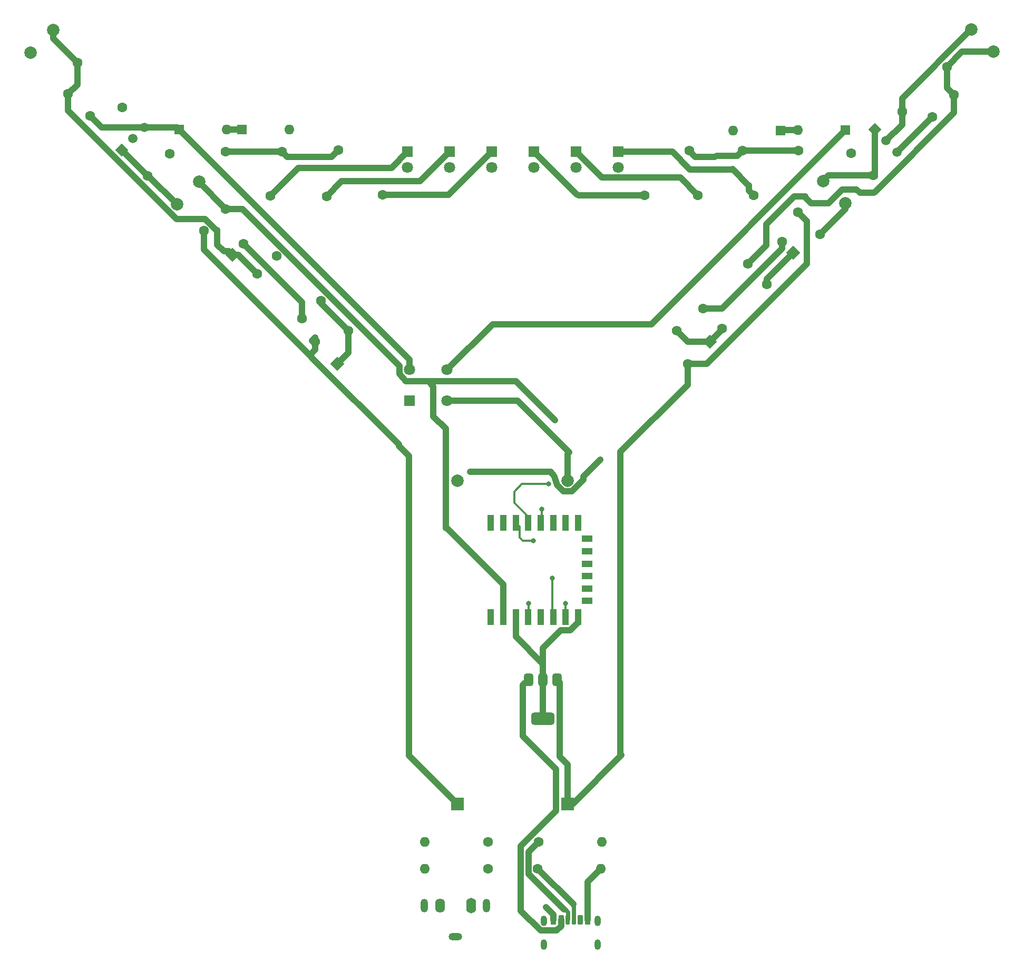
<source format=gbr>
%TF.GenerationSoftware,KiCad,Pcbnew,8.0.5*%
%TF.CreationDate,2025-02-05T23:58:55+08:00*%
%TF.ProjectId,bb,62622e6b-6963-4616-945f-706362585858,rev?*%
%TF.SameCoordinates,Original*%
%TF.FileFunction,Copper,L1,Top*%
%TF.FilePolarity,Positive*%
%FSLAX46Y46*%
G04 Gerber Fmt 4.6, Leading zero omitted, Abs format (unit mm)*
G04 Created by KiCad (PCBNEW 8.0.5) date 2025-02-05 23:58:55*
%MOMM*%
%LPD*%
G01*
G04 APERTURE LIST*
G04 Aperture macros list*
%AMRoundRect*
0 Rectangle with rounded corners*
0 $1 Rounding radius*
0 $2 $3 $4 $5 $6 $7 $8 $9 X,Y pos of 4 corners*
0 Add a 4 corners polygon primitive as box body*
4,1,4,$2,$3,$4,$5,$6,$7,$8,$9,$2,$3,0*
0 Add four circle primitives for the rounded corners*
1,1,$1+$1,$2,$3*
1,1,$1+$1,$4,$5*
1,1,$1+$1,$6,$7*
1,1,$1+$1,$8,$9*
0 Add four rect primitives between the rounded corners*
20,1,$1+$1,$2,$3,$4,$5,0*
20,1,$1+$1,$4,$5,$6,$7,0*
20,1,$1+$1,$6,$7,$8,$9,0*
20,1,$1+$1,$8,$9,$2,$3,0*%
%AMHorizOval*
0 Thick line with rounded ends*
0 $1 width*
0 $2 $3 position (X,Y) of the first rounded end (center of the circle)*
0 $4 $5 position (X,Y) of the second rounded end (center of the circle)*
0 Add line between two ends*
20,1,$1,$2,$3,$4,$5,0*
0 Add two circle primitives to create the rounded ends*
1,1,$1,$2,$3*
1,1,$1,$4,$5*%
%AMRotRect*
0 Rectangle, with rotation*
0 The origin of the aperture is its center*
0 $1 length*
0 $2 width*
0 $3 Rotation angle, in degrees counterclockwise*
0 Add horizontal line*
21,1,$1,$2,0,0,$3*%
G04 Aperture macros list end*
%TA.AperFunction,SMDPad,CuDef*%
%ADD10RoundRect,0.175000X-0.175000X-0.625000X0.175000X-0.625000X0.175000X0.625000X-0.175000X0.625000X0*%
%TD*%
%TA.AperFunction,SMDPad,CuDef*%
%ADD11RoundRect,0.200000X-0.200000X-0.600000X0.200000X-0.600000X0.200000X0.600000X-0.200000X0.600000X0*%
%TD*%
%TA.AperFunction,SMDPad,CuDef*%
%ADD12RoundRect,0.225000X-0.225000X-0.575000X0.225000X-0.575000X0.225000X0.575000X-0.225000X0.575000X0*%
%TD*%
%TA.AperFunction,ComponentPad*%
%ADD13O,1.000000X1.700000*%
%TD*%
%TA.AperFunction,ComponentPad*%
%ADD14C,1.600000*%
%TD*%
%TA.AperFunction,ComponentPad*%
%ADD15R,1.600000X1.600000*%
%TD*%
%TA.AperFunction,ComponentPad*%
%ADD16O,1.600000X1.600000*%
%TD*%
%TA.AperFunction,ComponentPad*%
%ADD17HorizOval,1.600000X0.000000X0.000000X0.000000X0.000000X0*%
%TD*%
%TA.AperFunction,ComponentPad*%
%ADD18HorizOval,1.600000X0.000000X0.000000X0.000000X0.000000X0*%
%TD*%
%TA.AperFunction,ComponentPad*%
%ADD19C,1.800000*%
%TD*%
%TA.AperFunction,ComponentPad*%
%ADD20R,1.800000X1.800000*%
%TD*%
%TA.AperFunction,ComponentPad*%
%ADD21HorizOval,1.600000X0.000000X0.000000X0.000000X0.000000X0*%
%TD*%
%TA.AperFunction,ComponentPad*%
%ADD22RotRect,1.600000X1.600000X135.000000*%
%TD*%
%TA.AperFunction,ComponentPad*%
%ADD23RotRect,1.560000X1.560000X135.000000*%
%TD*%
%TA.AperFunction,ComponentPad*%
%ADD24C,1.560000*%
%TD*%
%TA.AperFunction,ComponentPad*%
%ADD25RotRect,1.500000X1.500000X45.000000*%
%TD*%
%TA.AperFunction,ComponentPad*%
%ADD26C,1.500000*%
%TD*%
%TA.AperFunction,ComponentPad*%
%ADD27C,2.000000*%
%TD*%
%TA.AperFunction,ComponentPad*%
%ADD28R,2.000000X2.000000*%
%TD*%
%TA.AperFunction,ComponentPad*%
%ADD29HorizOval,1.600000X0.000000X0.000000X0.000000X0.000000X0*%
%TD*%
%TA.AperFunction,ComponentPad*%
%ADD30RotRect,1.560000X1.560000X225.000000*%
%TD*%
%TA.AperFunction,ComponentPad*%
%ADD31RotRect,1.600000X1.600000X45.000000*%
%TD*%
%TA.AperFunction,ComponentPad*%
%ADD32O,1.600000X2.500000*%
%TD*%
%TA.AperFunction,ComponentPad*%
%ADD33O,1.200000X2.200000*%
%TD*%
%TA.AperFunction,ComponentPad*%
%ADD34O,2.200000X1.200000*%
%TD*%
%TA.AperFunction,ComponentPad*%
%ADD35O,1.600000X2.300000*%
%TD*%
%TA.AperFunction,ComponentPad*%
%ADD36RotRect,1.500000X1.500000X315.000000*%
%TD*%
%TA.AperFunction,SMDPad,CuDef*%
%ADD37RoundRect,0.375000X-0.375000X0.625000X-0.375000X-0.625000X0.375000X-0.625000X0.375000X0.625000X0*%
%TD*%
%TA.AperFunction,SMDPad,CuDef*%
%ADD38RoundRect,0.500000X-1.400000X0.500000X-1.400000X-0.500000X1.400000X-0.500000X1.400000X0.500000X0*%
%TD*%
%TA.AperFunction,SMDPad,CuDef*%
%ADD39R,1.000000X2.500000*%
%TD*%
%TA.AperFunction,SMDPad,CuDef*%
%ADD40R,1.800000X1.000000*%
%TD*%
%TA.AperFunction,ViaPad*%
%ADD41C,0.800000*%
%TD*%
%TA.AperFunction,Conductor*%
%ADD42C,1.000000*%
%TD*%
%TA.AperFunction,Conductor*%
%ADD43C,0.300000*%
%TD*%
%TA.AperFunction,Conductor*%
%ADD44C,0.700000*%
%TD*%
G04 APERTURE END LIST*
D10*
%TO.P,J4,A5,CC1*%
%TO.N,Net-(J4-CC1)*%
X116270225Y-177270000D03*
D11*
%TO.P,J4,A9,VBUS*%
%TO.N,Net-(U2-VI)*%
X118290225Y-177270000D03*
D12*
%TO.P,J4,A12,GND*%
%TO.N,GND_ESP*%
X119520225Y-177270000D03*
D10*
%TO.P,J4,B5,CC2*%
%TO.N,Net-(J4-CC2)*%
X117270225Y-177270000D03*
D11*
%TO.P,J4,B9,VBUS*%
%TO.N,Net-(U2-VI)*%
X115250225Y-177270000D03*
D12*
%TO.P,J4,B12,GND*%
%TO.N,GND_ESP*%
X114020225Y-177270000D03*
D13*
%TO.P,J4,S1,SHIELD*%
%TO.N,unconnected-(J4-SHIELD-PadS1)*%
X112450225Y-177450000D03*
X112450225Y-181250000D03*
X121090225Y-177450000D03*
X121090225Y-181250000D03*
%TD*%
D14*
%TO.P,C4,1*%
%TO.N,Net-(Battery1-+)*%
X57832233Y-66467767D03*
%TO.P,C4,2*%
%TO.N,A0*%
X61367767Y-62932233D03*
%TD*%
D15*
%TO.P,D3,1,K*%
%TO.N,GND2*%
X160900000Y-50300000D03*
D16*
%TO.P,D3,2,A*%
%TO.N,Net-(D3-A)*%
X153280000Y-50300000D03*
%TD*%
D14*
%TO.P,R15,1*%
%TO.N,GND_ESP*%
X144392103Y-53557898D03*
D17*
%TO.P,R15,2*%
%TO.N,Net-(D9-K)*%
X137207898Y-60742103D03*
%TD*%
D14*
%TO.P,R16,1*%
%TO.N,GND_ESP*%
X153342103Y-53600000D03*
D17*
%TO.P,R16,2*%
%TO.N,Net-(D10-K)*%
X146157898Y-60784205D03*
%TD*%
D14*
%TO.P,R12,1*%
%TO.N,GND_ESP*%
X70361846Y-53715795D03*
D18*
%TO.P,R12,2*%
%TO.N,Net-(D6-K)*%
X77546051Y-60900000D03*
%TD*%
D19*
%TO.P,D6,2,A*%
%TO.N,Net-(D6-A)*%
X97303673Y-56300000D03*
D20*
%TO.P,D6,1,K*%
%TO.N,Net-(D6-K)*%
X97303673Y-53760000D03*
%TD*%
D15*
%TO.P,D2,1,K*%
%TO.N,Net-(D1-A)*%
X63990001Y-50200000D03*
D16*
%TO.P,D2,2,A*%
%TO.N,Net-(D2-A)*%
X71610001Y-50200000D03*
%TD*%
D14*
%TO.P,R10,1*%
%TO.N,Net-(J4-CC1)*%
X111610225Y-164750000D03*
D16*
%TO.P,R10,2*%
%TO.N,GND_ESP*%
X121770225Y-164750000D03*
%TD*%
D14*
%TO.P,R13,1*%
%TO.N,GND_ESP*%
X79415794Y-53515795D03*
D18*
%TO.P,R13,2*%
%TO.N,Net-(D7-K)*%
X86599999Y-60700000D03*
%TD*%
D14*
%TO.P,R1,1*%
%TO.N,Net-(D2-A)*%
X73600000Y-80600000D03*
D21*
%TO.P,R1,2*%
%TO.N,Net-(C1-Pad2)*%
X66415795Y-73415795D03*
%TD*%
D14*
%TO.P,R14,1*%
%TO.N,GND_ESP*%
X135792103Y-53607898D03*
D17*
%TO.P,R14,2*%
%TO.N,Net-(D8-K)*%
X128607898Y-60792103D03*
%TD*%
D14*
%TO.P,R4,1*%
%TO.N,Net-(C10-Pad1)*%
X148250000Y-75050000D03*
D17*
%TO.P,R4,2*%
%TO.N,Net-(R4-Pad2)*%
X141065795Y-82234205D03*
%TD*%
D14*
%TO.P,C12,1*%
%TO.N,GND_ESP*%
X153314466Y-63514466D03*
%TO.P,C12,2*%
%TO.N,A0*%
X156850000Y-67050000D03*
%TD*%
%TO.P,R7,1*%
%TO.N,Net-(Battery1-+)*%
X103450225Y-169050000D03*
D16*
%TO.P,R7,2*%
%TO.N,A0*%
X93290225Y-169050000D03*
%TD*%
D22*
%TO.P,C10,1*%
%TO.N,Net-(C10-Pad1)*%
X152500000Y-70000000D03*
D14*
%TO.P,C10,2*%
%TO.N,Net-(D4-A)*%
X150732233Y-68232233D03*
%TD*%
%TO.P,C11,1*%
%TO.N,Net-(D3-A)*%
X161832233Y-54032233D03*
%TO.P,C11,2*%
%TO.N,Net-(Q2-C)*%
X165367767Y-57567767D03*
%TD*%
D23*
%TO.P,RV1,1,1*%
%TO.N,Net-(R2-Pad2)*%
X79291745Y-87835534D03*
D24*
%TO.P,RV1,2,2*%
X81059512Y-82532233D03*
%TO.P,RV1,3,3*%
%TO.N,Net-(Battery1-+)*%
X75756211Y-84300000D03*
%TD*%
D19*
%TO.P,D5,2,A*%
%TO.N,Net-(D5-A)*%
X90550000Y-56300000D03*
D20*
%TO.P,D5,1,K*%
%TO.N,Net-(D5-K)*%
X90550000Y-53760000D03*
%TD*%
D25*
%TO.P,Q1,1,C*%
%TO.N,Net-(Q1-C)*%
X44658507Y-53450610D03*
D26*
%TO.P,Q1,2,B*%
%TO.N,Net-(Q1-B)*%
X46454558Y-51654559D03*
%TO.P,Q1,3,E*%
%TO.N,GND1*%
X48250609Y-49858508D03*
%TD*%
D15*
%TO.P,D4,1,K*%
%TO.N,Net-(D3-A)*%
X150500000Y-50400000D03*
D16*
%TO.P,D4,2,A*%
%TO.N,Net-(D4-A)*%
X142880000Y-50400000D03*
%TD*%
D27*
%TO.P,Battery1,2,-*%
%TO.N,Net-(Battery1--)*%
X98570225Y-106660000D03*
D28*
%TO.P,Battery1,1,+*%
%TO.N,Net-(Battery1-+)*%
X98570225Y-158650000D03*
%TD*%
D19*
%TO.P,D10,2,A*%
%TO.N,Net-(D10-A)*%
X124439775Y-56300000D03*
D20*
%TO.P,D10,1,K*%
%TO.N,Net-(D10-K)*%
X124439775Y-53760000D03*
%TD*%
D14*
%TO.P,R11,1*%
%TO.N,GND_ESP*%
X61307898Y-53707898D03*
D18*
%TO.P,R11,2*%
%TO.N,Net-(D5-K)*%
X68492103Y-60892103D03*
%TD*%
D27*
%TO.P,L4,1,1*%
%TO.N,Net-(Q2-C)*%
X157303949Y-58453949D03*
%TO.P,L4,2,2*%
%TO.N,A0*%
X160896051Y-62046051D03*
%TD*%
D14*
%TO.P,R3,1*%
%TO.N,Net-(D4-A)*%
X138057898Y-78992103D03*
D29*
%TO.P,R3,2*%
%TO.N,Net-(C10-Pad1)*%
X145242103Y-71807898D03*
%TD*%
D15*
%TO.P,D1,1,K*%
%TO.N,GND1*%
X53890000Y-50200000D03*
D16*
%TO.P,D1,2,A*%
%TO.N,Net-(D1-A)*%
X61510000Y-50200000D03*
%TD*%
D14*
%TO.P,R5,1*%
%TO.N,Net-(C1-Pad2)*%
X37507898Y-39407898D03*
D18*
%TO.P,R5,2*%
%TO.N,Net-(Q1-B)*%
X44692103Y-46592103D03*
%TD*%
D14*
%TO.P,C3,1*%
%TO.N,Net-(D1-A)*%
X52335534Y-54064466D03*
%TO.P,C3,2*%
%TO.N,Net-(Q1-C)*%
X48800000Y-57600000D03*
%TD*%
D27*
%TO.P,L1,2,2*%
%TO.N,Net-(Q1-B)*%
X30007898Y-37792102D03*
%TO.P,L1,1,1*%
%TO.N,Net-(C1-Pad2)*%
X33600000Y-34200000D03*
%TD*%
D20*
%TO.P,SW1,1,A*%
%TO.N,Net-(Battery1--)*%
X90900000Y-93800000D03*
D19*
%TO.P,SW1,2,B*%
%TO.N,GND1*%
X90900000Y-88800000D03*
%TO.P,SW1,3,A*%
%TO.N,Net-(Battery2--)*%
X96900000Y-93800000D03*
%TO.P,SW1,4,B*%
%TO.N,GND2*%
X96900000Y-88800000D03*
%TD*%
D27*
%TO.P,L5,1,1*%
%TO.N,Net-(C10-Pad1)*%
X184700000Y-37700000D03*
%TO.P,L5,2,2*%
%TO.N,Net-(Q2-B)*%
X181107898Y-34107898D03*
%TD*%
D14*
%TO.P,R9,1*%
%TO.N,Net-(J4-CC2)*%
X111490225Y-169050000D03*
D16*
%TO.P,R9,2*%
%TO.N,GND_ESP*%
X121650225Y-169050000D03*
%TD*%
D14*
%TO.P,R6,1*%
%TO.N,Net-(C10-Pad1)*%
X177200000Y-40100000D03*
D17*
%TO.P,R6,2*%
%TO.N,Net-(Q2-B)*%
X170015795Y-47284205D03*
%TD*%
D30*
%TO.P,RV2,1,1*%
%TO.N,Net-(R4-Pad2)*%
X139100000Y-84300000D03*
D24*
%TO.P,RV2,2,2*%
X133796699Y-82532233D03*
%TO.P,RV2,3,3*%
%TO.N,GND_ESP*%
X135564466Y-87835534D03*
%TD*%
D31*
%TO.P,C2,1*%
%TO.N,Net-(C1-Pad2)*%
X62447856Y-70352144D03*
D14*
%TO.P,C2,2*%
%TO.N,Net-(D2-A)*%
X64215623Y-68584377D03*
%TD*%
%TO.P,C1,1*%
%TO.N,GND1*%
X39567767Y-47967767D03*
%TO.P,C1,2*%
%TO.N,Net-(C1-Pad2)*%
X36032233Y-44432233D03*
%TD*%
%TO.P,R8,1*%
%TO.N,GND_ESP*%
X103450225Y-164750000D03*
D16*
%TO.P,R8,2*%
%TO.N,A0*%
X93290225Y-164750000D03*
%TD*%
D19*
%TO.P,D8,2,A*%
%TO.N,Net-(D8-A)*%
X110839775Y-56300000D03*
D20*
%TO.P,D8,1,K*%
%TO.N,Net-(D8-K)*%
X110839775Y-53760000D03*
%TD*%
D32*
%TO.P,J2,TN*%
%TO.N,unconnected-(J2-PadTN)*%
X100770225Y-174950000D03*
D33*
%TO.P,J2,T*%
%TO.N,Net-(Battery1-+)*%
X103270225Y-174950000D03*
D34*
%TO.P,J2,S*%
%TO.N,A0*%
X98270225Y-179950000D03*
D35*
%TO.P,J2,RN*%
%TO.N,unconnected-(J2-PadRN)*%
X95770225Y-174950000D03*
D33*
%TO.P,J2,R*%
%TO.N,A0*%
X93270225Y-174950000D03*
%TD*%
D19*
%TO.P,D9,2,A*%
%TO.N,Net-(D9-A)*%
X117639775Y-56300000D03*
D20*
%TO.P,D9,1,K*%
%TO.N,Net-(D9-K)*%
X117639775Y-53760000D03*
%TD*%
D19*
%TO.P,D7,2,A*%
%TO.N,Net-(D7-A)*%
X104057346Y-56300000D03*
D20*
%TO.P,D7,1,K*%
%TO.N,Net-(D7-K)*%
X104057346Y-53760000D03*
%TD*%
D36*
%TO.P,Q2,1,C*%
%TO.N,Net-(Q2-C)*%
X165607898Y-50207898D03*
D26*
%TO.P,Q2,2,B*%
%TO.N,Net-(Q2-B)*%
X167403949Y-52003949D03*
%TO.P,Q2,3,E*%
%TO.N,GND2*%
X169200000Y-53800000D03*
%TD*%
D14*
%TO.P,R2,1*%
%TO.N,Net-(C1-Pad2)*%
X69507898Y-70507898D03*
D18*
%TO.P,R2,2*%
%TO.N,Net-(R2-Pad2)*%
X76692103Y-77692103D03*
%TD*%
D14*
%TO.P,C8,1*%
%TO.N,GND2*%
X174832233Y-48167767D03*
%TO.P,C8,2*%
%TO.N,Net-(C10-Pad1)*%
X178367767Y-44632233D03*
%TD*%
D27*
%TO.P,L2,1,1*%
%TO.N,Net-(Q1-C)*%
X53503949Y-62196051D03*
%TO.P,L2,2,2*%
%TO.N,A0*%
X57096051Y-58603949D03*
%TD*%
D37*
%TO.P,U2,1,GND*%
%TO.N,GND_ESP*%
X114600000Y-138650000D03*
%TO.P,U2,2,VO*%
%TO.N,Net-(U1-EN)*%
X112300000Y-138650001D03*
D38*
X112300000Y-144949999D03*
D37*
%TO.P,U2,3,VI*%
%TO.N,Net-(U2-VI)*%
X110000000Y-138650000D03*
%TD*%
D39*
%TO.P,U1,22,GPIO1/TXD*%
%TO.N,unconnected-(U1-GPIO1{slash}TXD-Pad22)*%
X103950000Y-113400000D03*
%TO.P,U1,21,GPIO3/RXD*%
%TO.N,unconnected-(U1-GPIO3{slash}RXD-Pad21)*%
X105950000Y-113400000D03*
%TO.P,U1,20,GPIO5*%
%TO.N,Net-(D10-A)*%
X107950000Y-113400000D03*
%TO.P,U1,19,GPIO4*%
%TO.N,Net-(D9-A)*%
X109949999Y-113400000D03*
%TO.P,U1,18,GPIO0*%
%TO.N,Net-(D8-A)*%
X111950000Y-113400000D03*
%TO.P,U1,17,GPIO2*%
%TO.N,unconnected-(U1-GPIO2-Pad17)*%
X113950001Y-113400000D03*
%TO.P,U1,16,GPIO15*%
%TO.N,GND_ESP*%
X115950000Y-113400000D03*
%TO.P,U1,15,GND*%
X117950000Y-113400000D03*
D40*
%TO.P,U1,14,SCLK*%
%TO.N,unconnected-(U1-SCLK-Pad14)*%
X119449999Y-116000000D03*
%TO.P,U1,13,MOSI*%
%TO.N,unconnected-(U1-MOSI-Pad13)*%
X119450000Y-118000000D03*
%TO.P,U1,12,GPIO10*%
%TO.N,unconnected-(U1-GPIO10-Pad12)*%
X119450000Y-120000000D03*
%TO.P,U1,11,GPIO9*%
%TO.N,unconnected-(U1-GPIO9-Pad11)*%
X119450000Y-122000000D03*
%TO.P,U1,10,MISO*%
%TO.N,unconnected-(U1-MISO-Pad10)*%
X119450000Y-124000000D03*
%TO.P,U1,9,CS0*%
%TO.N,unconnected-(U1-CS0-Pad9)*%
X119449999Y-126000000D03*
D39*
%TO.P,U1,8,VCC*%
%TO.N,Net-(U1-EN)*%
X117950000Y-128600000D03*
%TO.P,U1,7,GPIO13*%
%TO.N,Net-(D6-A)*%
X115950000Y-128600000D03*
%TO.P,U1,6,GPIO12*%
%TO.N,Net-(D7-A)*%
X113950001Y-128600000D03*
%TO.P,U1,5,GPIO14*%
%TO.N,unconnected-(U1-GPIO14-Pad5)*%
X111950000Y-128600000D03*
%TO.P,U1,4,GPIO16*%
%TO.N,Net-(D5-A)*%
X109949999Y-128600000D03*
%TO.P,U1,3,EN*%
%TO.N,Net-(U1-EN)*%
X107950000Y-128600000D03*
%TO.P,U1,2,ADC*%
%TO.N,A0*%
X105950000Y-128600000D03*
%TO.P,U1,1,~{RST}*%
%TO.N,unconnected-(U1-~{RST}-Pad1)*%
X103950000Y-128600000D03*
%TD*%
D28*
%TO.P,Battery2,1,+*%
%TO.N,GND_ESP*%
X116265225Y-158650000D03*
D27*
%TO.P,Battery2,2,-*%
%TO.N,Net-(Battery2--)*%
X116265225Y-106660000D03*
%TD*%
D41*
%TO.N,Net-(D5-A)*%
X110000000Y-126400000D03*
%TO.N,Net-(D6-A)*%
X115900000Y-126400000D03*
%TO.N,Net-(D7-A)*%
X113800000Y-122300000D03*
%TO.N,Net-(D9-A)*%
X113200000Y-107200000D03*
%TO.N,Net-(D8-A)*%
X112100000Y-111200000D03*
%TO.N,Net-(D10-A)*%
X110800000Y-116300000D03*
%TO.N,GND_ESP*%
X121550000Y-103250000D03*
X112800000Y-175200000D03*
X100600000Y-105200000D03*
%TO.N,A0*%
X114250000Y-96950000D03*
%TD*%
D42*
%TO.N,Net-(U1-EN)*%
X117950000Y-128600000D02*
X117950000Y-129450000D01*
X117950000Y-129450000D02*
X116700000Y-130700000D01*
X112300000Y-133600000D02*
X112300000Y-136100000D01*
X116700000Y-130700000D02*
X115200000Y-130700000D01*
X115200000Y-130700000D02*
X112300000Y-133600000D01*
%TO.N,A0*%
X90250000Y-90700000D02*
X93900000Y-90700000D01*
X93900000Y-90700000D02*
X108000000Y-90700000D01*
X105950000Y-128600000D02*
X105950000Y-123350000D01*
X96900000Y-114300000D02*
X96700000Y-114300000D01*
X96700000Y-114300000D02*
X96700000Y-98300000D01*
X105950000Y-123350000D02*
X96900000Y-114300000D01*
X96700000Y-98300000D02*
X94700000Y-96300000D01*
X94700000Y-96300000D02*
X94700000Y-91500000D01*
X94700000Y-91500000D02*
X93900000Y-90700000D01*
D43*
%TO.N,Net-(D5-A)*%
X110000000Y-128549999D02*
X109949999Y-128600000D01*
X110000000Y-126400000D02*
X110000000Y-128549999D01*
%TO.N,Net-(D6-A)*%
X115900000Y-126400000D02*
X115900000Y-128550000D01*
X115900000Y-128550000D02*
X115950000Y-128600000D01*
%TO.N,Net-(D7-A)*%
X113800000Y-128449999D02*
X113950001Y-128600000D01*
X113800000Y-122300000D02*
X113800000Y-128449999D01*
%TO.N,Net-(D9-A)*%
X107700000Y-108400000D02*
X107700000Y-110200000D01*
X113200000Y-107200000D02*
X108900000Y-107200000D01*
X108900000Y-107200000D02*
X107700000Y-108400000D01*
X107700000Y-110200000D02*
X109949999Y-112449999D01*
X109949999Y-112449999D02*
X109949999Y-113400000D01*
%TO.N,Net-(D8-A)*%
X112100000Y-111200000D02*
X112100000Y-113250000D01*
X112100000Y-113250000D02*
X111950000Y-113400000D01*
%TO.N,Net-(D10-A)*%
X109100000Y-116300000D02*
X108600000Y-115800000D01*
X110800000Y-116300000D02*
X109100000Y-116300000D01*
X108600000Y-114050000D02*
X107950000Y-113400000D01*
X108600000Y-115800000D02*
X108600000Y-114050000D01*
D42*
%TO.N,GND_ESP*%
X100600000Y-105200000D02*
X113550000Y-105250000D01*
X114200000Y-106000000D02*
X114565225Y-107364164D01*
X118800000Y-106529389D02*
X118800000Y-106000000D01*
X113550000Y-105250000D02*
X114200000Y-106000000D01*
X114565225Y-107364164D02*
X115561061Y-108360000D01*
X115561061Y-108360000D02*
X116969389Y-108360000D01*
X116969389Y-108360000D02*
X118800000Y-106529389D01*
X118800000Y-106000000D02*
X121550000Y-103250000D01*
%TO.N,Net-(U1-EN)*%
X107950000Y-128600000D02*
X107950000Y-131750000D01*
X107950000Y-131750000D02*
X112300000Y-136100000D01*
X112300000Y-136100000D02*
X112300000Y-138650001D01*
X112300000Y-138650001D02*
X112300000Y-144949999D01*
%TO.N,Net-(U2-VI)*%
X115220225Y-178262286D02*
X114482511Y-179000000D01*
X114482511Y-179000000D02*
X111953169Y-179000000D01*
X114400000Y-153050000D02*
X109100000Y-147750000D01*
X111953169Y-179000000D02*
X108750000Y-175796831D01*
X109100000Y-147750000D02*
X109100000Y-139550000D01*
X108750000Y-175796831D02*
X108750000Y-165400000D01*
X115220225Y-177270000D02*
X115220225Y-178262286D01*
X108750000Y-165400000D02*
X114400000Y-159750000D01*
X114400000Y-159750000D02*
X114400000Y-153050000D01*
X109100000Y-139550000D02*
X110000000Y-138650000D01*
%TO.N,GND_ESP*%
X115000000Y-151050000D02*
X115000000Y-139050000D01*
X115000000Y-139050000D02*
X114600000Y-138650000D01*
%TO.N,Net-(C1-Pad2)*%
X61845712Y-69750000D02*
X62447856Y-70352144D01*
X33600000Y-34200000D02*
X33600000Y-35500000D01*
X63352144Y-70352144D02*
X66415795Y-73415795D01*
X59835787Y-66350000D02*
X60000000Y-66350000D01*
X60000000Y-66350000D02*
X60000000Y-68700000D01*
X58035787Y-64550000D02*
X59835787Y-66350000D01*
X36032233Y-47128499D02*
X53453734Y-64550000D01*
X61050000Y-69750000D02*
X61845712Y-69750000D01*
X36032233Y-44432233D02*
X36032233Y-47128499D01*
X53453734Y-64550000D02*
X58035787Y-64550000D01*
X37507898Y-39407898D02*
X37507898Y-42956568D01*
X37507898Y-42956568D02*
X36032233Y-44432233D01*
X33600000Y-35500000D02*
X37507898Y-39407898D01*
X60000000Y-68700000D02*
X61050000Y-69750000D01*
X62447856Y-70352144D02*
X63352144Y-70352144D01*
%TO.N,Net-(D2-A)*%
X64215623Y-68584377D02*
X73600000Y-77968754D01*
X73600000Y-77968754D02*
X73600000Y-80600000D01*
%TO.N,Net-(Q1-C)*%
X48907898Y-57600000D02*
X53503949Y-62196051D01*
X48800000Y-57600000D02*
X48907898Y-57600000D01*
X44658507Y-53450610D02*
X44658507Y-53458507D01*
X44658507Y-53458507D02*
X48800000Y-57600000D01*
%TO.N,Net-(D1-A)*%
X61510000Y-50200000D02*
X63990001Y-50200000D01*
%TO.N,GND_ESP*%
X70361846Y-53715795D02*
X71248503Y-54602452D01*
X117100000Y-158650000D02*
X116265225Y-158650000D01*
X144392103Y-53557898D02*
X143499340Y-54450661D01*
X119520225Y-171180000D02*
X119520225Y-177270000D01*
X139578979Y-54602452D02*
X136786657Y-54602452D01*
X124750000Y-102047107D02*
X124750000Y-150600000D01*
X114020225Y-177270000D02*
X114020225Y-176420225D01*
X144434205Y-53600000D02*
X144392103Y-53557898D01*
X138664466Y-87835534D02*
X154700000Y-71800000D01*
X154700000Y-71800000D02*
X154700000Y-64900000D01*
X114020225Y-176420225D02*
X112800000Y-175200000D01*
X135564466Y-87835534D02*
X138664466Y-87835534D01*
X124750000Y-150600000D02*
X124950000Y-150800000D01*
X140276751Y-54450661D02*
X139933294Y-54551510D01*
X154700000Y-64900000D02*
X153314466Y-63514466D01*
X143499340Y-54450661D02*
X140276751Y-54450661D01*
X139933294Y-54551510D02*
X139578979Y-54602452D01*
X121650225Y-169050000D02*
X119520225Y-171180000D01*
X136786657Y-54602452D02*
X135792103Y-53607898D01*
X153342103Y-53600000D02*
X144434205Y-53600000D01*
X78329137Y-54602452D02*
X79415794Y-53515795D01*
X135564466Y-87835534D02*
X135564466Y-91232641D01*
X124950000Y-150800000D02*
X117100000Y-158650000D01*
X135564466Y-91232641D02*
X124750000Y-102047107D01*
X71248503Y-54602452D02*
X78329137Y-54602452D01*
X116265225Y-152315225D02*
X116265225Y-158650000D01*
X70353949Y-53707898D02*
X70361846Y-53715795D01*
X61307898Y-53707898D02*
X70353949Y-53707898D01*
X115000000Y-151050000D02*
X116265225Y-152315225D01*
%TO.N,Net-(C10-Pad1)*%
X158150000Y-62050000D02*
X155350000Y-62050000D01*
X177200000Y-40100000D02*
X177200000Y-43464466D01*
X152650000Y-60950000D02*
X148200000Y-65400000D01*
X154450000Y-61150000D02*
X154450000Y-60950000D01*
X179600000Y-37700000D02*
X177200000Y-40100000D01*
X148200000Y-68850001D02*
X145242103Y-71807898D01*
X148250000Y-74250000D02*
X152500000Y-70000000D01*
X184700000Y-37700000D02*
X179600000Y-37700000D01*
X178367767Y-44632233D02*
X178367767Y-47502427D01*
X165503949Y-60346051D02*
X163246051Y-60346051D01*
X163246051Y-60346051D02*
X162700000Y-59800000D01*
X148200000Y-65400000D02*
X148200000Y-68850001D01*
X165700000Y-60150000D02*
X165503949Y-60346051D01*
X162700000Y-59800000D02*
X160400000Y-59800000D01*
X160400000Y-59800000D02*
X158150000Y-62050000D01*
X155350000Y-62050000D02*
X154450000Y-61150000D01*
X154450000Y-60950000D02*
X152650000Y-60950000D01*
X148250000Y-75050000D02*
X148250000Y-74815795D01*
X177200000Y-43464466D02*
X178367767Y-44632233D01*
X148250000Y-75050000D02*
X148250000Y-74250000D01*
X178367767Y-47502427D02*
X165700000Y-60150000D01*
%TO.N,Net-(D4-A)*%
X150732233Y-68232233D02*
X150732233Y-69363603D01*
X141103733Y-78992103D02*
X138057898Y-78992103D01*
X150732233Y-69363603D02*
X141103733Y-78992103D01*
%TO.N,Net-(Q2-C)*%
X158190131Y-57567767D02*
X157303949Y-58453949D01*
X165367767Y-57567767D02*
X158190131Y-57567767D01*
X165607898Y-50207898D02*
X165607898Y-57327636D01*
X165607898Y-57327636D02*
X165367767Y-57567767D01*
%TO.N,Net-(D3-A)*%
X153280000Y-50300000D02*
X150600000Y-50300000D01*
X150600000Y-50300000D02*
X150500000Y-50400000D01*
%TO.N,GND1*%
X48250609Y-49858508D02*
X53548508Y-49858508D01*
X53890000Y-50200000D02*
X90900000Y-87210000D01*
X41458508Y-49858508D02*
X48250609Y-49858508D01*
X39567767Y-47967767D02*
X41458508Y-49858508D01*
X53548508Y-49858508D02*
X53890000Y-50200000D01*
X90900000Y-87210000D02*
X90900000Y-88800000D01*
%TO.N,Net-(Q2-B)*%
X170015795Y-49392103D02*
X167403949Y-52003949D01*
X181107898Y-34107898D02*
X181070781Y-34107898D01*
X170015795Y-45162884D02*
X170015795Y-47284205D01*
X170015795Y-47284205D02*
X170015795Y-49392103D01*
X181070781Y-34107898D02*
X170015795Y-45162884D01*
%TO.N,Net-(R2-Pad2)*%
X76692103Y-78164824D02*
X81059512Y-82532233D01*
X81059512Y-86067767D02*
X79291745Y-87835534D01*
X81059512Y-82532233D02*
X81059512Y-86067767D01*
X76692103Y-77692103D02*
X76692103Y-78164824D01*
%TO.N,Net-(R4-Pad2)*%
X141065795Y-82234205D02*
X141065795Y-82334205D01*
X139100000Y-84300000D02*
X135564466Y-84300000D01*
X135564466Y-84300000D02*
X133796699Y-82532233D01*
X141065795Y-82334205D02*
X139100000Y-84300000D01*
%TO.N,GND2*%
X174832233Y-48167767D02*
X169200000Y-53800000D01*
X129720001Y-81479999D02*
X160900000Y-50300000D01*
X104220001Y-81479999D02*
X129720001Y-81479999D01*
X96900000Y-88800000D02*
X104220001Y-81479999D01*
%TO.N,Net-(D8-K)*%
X118050000Y-60800000D02*
X120642103Y-60792103D01*
X117679775Y-60600000D02*
X118050000Y-60800000D01*
X120642103Y-60792103D02*
X128607898Y-60792103D01*
X110839775Y-53760000D02*
X117679775Y-60600000D01*
%TO.N,Net-(D9-K)*%
X117639775Y-53760000D02*
X121779775Y-57900000D01*
X121779775Y-57900000D02*
X134365795Y-57900000D01*
X134365795Y-57900000D02*
X137207898Y-60742103D01*
%TO.N,Net-(Battery1-+)*%
X75250000Y-86900000D02*
X74850000Y-86500000D01*
X74850000Y-86500000D02*
X57832233Y-69482233D01*
X75756211Y-85593789D02*
X74850000Y-86500000D01*
X90750000Y-102700000D02*
X89150000Y-101100000D01*
X89150000Y-101100000D02*
X89150000Y-100800000D01*
X75756211Y-84300000D02*
X75756211Y-85593789D01*
X89150000Y-100800000D02*
X75250000Y-86900000D01*
X57832233Y-69482233D02*
X57832233Y-66467767D01*
X98570225Y-158650000D02*
X90750000Y-150829775D01*
X90750000Y-150829775D02*
X90750000Y-102700000D01*
X75250000Y-84130261D02*
X75756211Y-83624050D01*
%TO.N,Net-(Battery2--)*%
X116265225Y-102384775D02*
X116265225Y-106660000D01*
X108250000Y-93800000D02*
X116550000Y-102100000D01*
X96900000Y-93800000D02*
X108250000Y-93800000D01*
X116550000Y-102100000D02*
X116265225Y-102384775D01*
D44*
%TO.N,Net-(J4-CC1)*%
X115700000Y-175600000D02*
X115900000Y-175600000D01*
X116370225Y-177170000D02*
X116270225Y-177270000D01*
D42*
X109990225Y-169890225D02*
X115200000Y-175100000D01*
D44*
X115900000Y-175600000D02*
X116370225Y-176070225D01*
D42*
X109990225Y-166370000D02*
X109990225Y-169890225D01*
D44*
X116370225Y-176070225D02*
X116370225Y-177170000D01*
D42*
X115200000Y-175100000D02*
X115700000Y-175600000D01*
X111610225Y-164750000D02*
X109990225Y-166370000D01*
D44*
%TO.N,Net-(J4-CC2)*%
X117200000Y-174759775D02*
X117200000Y-175100000D01*
X117200000Y-175100000D02*
X117270225Y-175170225D01*
X117270225Y-175170225D02*
X117270225Y-177270000D01*
D42*
X111490225Y-169050000D02*
X117200000Y-174759775D01*
%TO.N,A0*%
X160896051Y-63003949D02*
X156850000Y-67050000D01*
X89300000Y-88178679D02*
X89300000Y-89462742D01*
X160896051Y-62046051D02*
X160896051Y-63003949D01*
X89300000Y-89462742D02*
X90250000Y-90700000D01*
X108000000Y-90700000D02*
X114250000Y-96950000D01*
X57096051Y-58660517D02*
X61367767Y-62932233D01*
X64053554Y-62932233D02*
X89300000Y-88178679D01*
X57096051Y-58603949D02*
X57096051Y-58660517D01*
X61367767Y-62932233D02*
X64053554Y-62932233D01*
%TO.N,Net-(D5-K)*%
X90550000Y-53760000D02*
X87960000Y-56350000D01*
X73050000Y-56350000D02*
X71950000Y-57434206D01*
X87960000Y-56350000D02*
X73050000Y-56350000D01*
X71950000Y-57434206D02*
X68492103Y-60892103D01*
%TO.N,Net-(D6-K)*%
X92563673Y-58500000D02*
X97303673Y-53760000D01*
X77546051Y-60900000D02*
X79946051Y-58500000D01*
X79946051Y-58500000D02*
X92563673Y-58500000D01*
%TO.N,Net-(D7-K)*%
X97117346Y-60700000D02*
X104057346Y-53760000D01*
X86599999Y-60700000D02*
X97117346Y-60700000D01*
%TO.N,Net-(D10-K)*%
X145400000Y-60026307D02*
X146157898Y-60784205D01*
X142750000Y-56550000D02*
X145350000Y-59150000D01*
X145350000Y-59150000D02*
X145400000Y-59150000D01*
X142700000Y-56600000D02*
X142750000Y-56550000D01*
X124439775Y-53760000D02*
X133110000Y-53760000D01*
X145400000Y-59150000D02*
X145400000Y-60026307D01*
X133110000Y-53760000D02*
X135950000Y-56600000D01*
X135950000Y-56600000D02*
X142700000Y-56600000D01*
%TD*%
M02*

</source>
